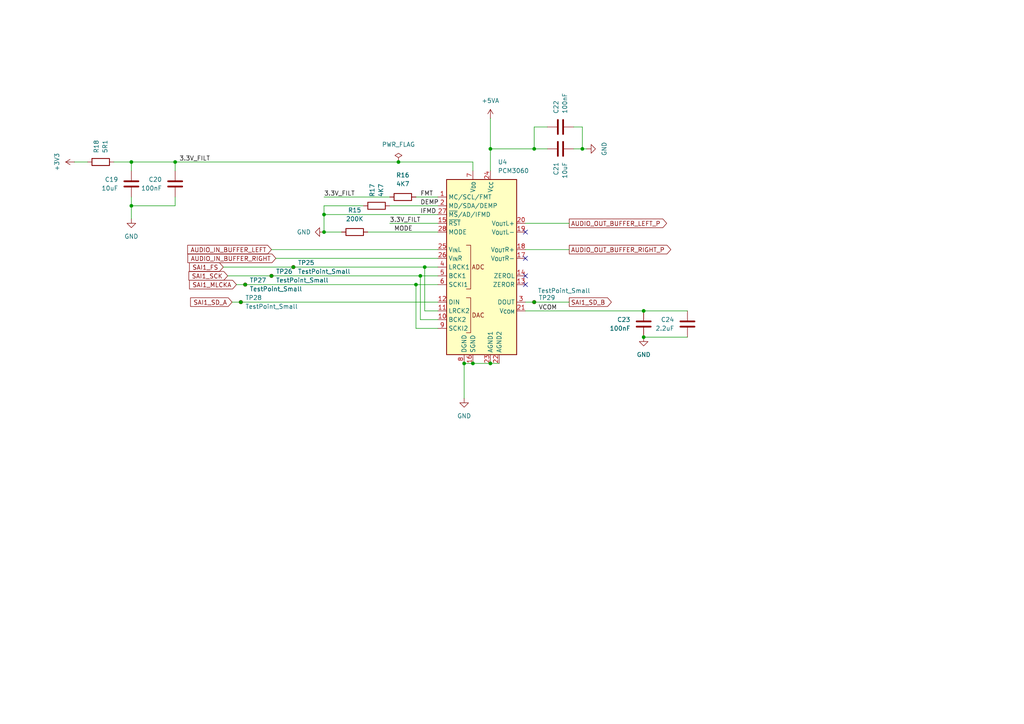
<source format=kicad_sch>
(kicad_sch (version 20250114) (generator "eeschema") (generator_version "9.0")
  (paper "A4")
  (lib_symbols
    (symbol "Audio:PCM3060"
      (property "Reference" "U" (at -9.398 26.67 0))
      (property "Value" "PCM3060" (at 8.89 26.67 0))
      (symbol "PCM3060_0_1"
        (rectangle (start -10.16 25.4) (end 10.16 -25.4) (stroke (width 0.254)) (fill (type background)))
        (polyline (pts (xy -4.445 -6.35) (xy -3.175 -6.35) (xy -3.175 6.35) (xy -4.445 6.35)))
        (polyline (pts (xy -4.445 -8.89) (xy -3.175 -8.89) (xy -3.175 -19.05) (xy -4.445 -19.05)))
      )
      (symbol "PCM3060_1_1"
        (text "ADC" (at -1.016 0 0) (effects (font (size 1.27 1.27))))
        (text "DAC" (at -1.016 -13.97 0) (effects (font (size 1.27 1.27))))
        (pin input line (at -12.7 20.32 0) (length 2.54) (name "MC/SCL/FMT") (number "1"))
        (pin bidirectional line (at -12.7 17.78 0) (length 2.54) (name "MD/SDA/DEMP") (number "2"))
        (pin input line (at -12.7 15.24 0) (length 2.54) (name "~{MS}/AD/IFMD") (number "27"))
        (pin input line (at -12.7 12.7 0) (length 2.54) (name "~{RST}") (number "15"))
        (pin input line (at -12.7 10.16 0) (length 2.54) (name "MODE") (number "28"))
        (pin input line (at -12.7 5.08 0) (length 2.54) (name "V_{IN}L") (number "25"))
        (pin input line (at -12.7 2.54 0) (length 2.54) (name "V_{IN}R") (number "26"))
        (pin bidirectional line (at -12.7 0 0) (length 2.54) (name "LRCK1") (number "4"))
        (pin bidirectional line (at -12.7 -2.54 0) (length 2.54) (name "BCK1") (number "5"))
        (pin input line (at -12.7 -5.08 0) (length 2.54) (name "SCKI1") (number "6"))
        (pin input line (at -12.7 -10.16 0) (length 2.54) (name "DIN") (number "12"))
        (pin bidirectional line (at -12.7 -12.7 0) (length 2.54) (name "LRCK2") (number "11"))
        (pin bidirectional line (at -12.7 -15.24 0) (length 2.54) (name "BCK2") (number "10"))
        (pin input line (at -12.7 -17.78 0) (length 2.54) (name "SCKI2") (number "9"))
        (pin power_in line (at -5.08 -27.94 90) (length 2.54) (name "DGND") (number "8"))
        (pin power_in line (at -2.54 27.94 270) (length 2.54) (name "V_{DD}") (number "7"))
        (pin power_in line (at -2.54 -27.94 90) (length 2.54) (name "SGND") (number "16"))
        (pin power_in line (at 2.54 27.94 270) (length 2.54) (name "V_{CC}") (number "24"))
        (pin power_in line (at 2.54 -27.94 90) (length 2.54) (name "AGND1") (number "23"))
        (pin power_in line (at 5.08 -27.94 90) (length 2.54) (name "AGND2") (number "22"))
        (pin output line (at 12.7 12.7 180) (length 2.54) (name "V_{OUT}L+") (number "20"))
        (pin output line (at 12.7 10.16 180) (length 2.54) (name "V_{OUT}L-") (number "19"))
        (pin output line (at 12.7 5.08 180) (length 2.54) (name "V_{OUT}R+") (number "18"))
        (pin output line (at 12.7 2.54 180) (length 2.54) (name "V_{OUT}R-") (number "17"))
        (pin output line (at 12.7 -2.54 180) (length 2.54) (name "ZEROL") (number "14"))
        (pin output line (at 12.7 -5.08 180) (length 2.54) (name "ZEROR") (number "13"))
        (pin output line (at 12.7 -10.16 180) (length 2.54) (name "DOUT") (number "3"))
        (pin output line (at 12.7 -12.7 180) (length 2.54) (name "V_{COM}") (number "21"))
      )
    )
    (symbol "Connector:TestPoint_Small" (pin_numbers (hide yes)) (pin_names (offset 0.762) (hide yes))
      (property "Reference" "TP" (at 0 3.81 0))
      (property "Value" "TestPoint_Small" (at 0 2.032 0))
      (symbol "TestPoint_Small_0_1"
        (circle (center 0 0) (radius 0.508))
      )
      (symbol "TestPoint_Small_1_1"
        (pin passive line (at 0 0 90) (length 0) (name "1") (number "1"))
      )
    )
    (symbol "Device:C" (pin_numbers (hide yes)) (pin_names (offset 0.254))
      (property "Reference" "C" (at 0.635 2.54 0))
      (property "Value" "C" (at 0.635 -2.54 0))
      (symbol "C_0_1"
        (polyline (pts (xy -2.032 0.762) (xy 2.032 0.762)) (stroke (width 0.508)))
        (polyline (pts (xy -2.032 -0.762) (xy 2.032 -0.762)) (stroke (width 0.508)))
      )
      (symbol "C_1_1"
        (pin passive line (at 0 3.81 270) (length 2.794) (name "~") (number "1"))
        (pin passive line (at 0 -3.81 90) (length 2.794) (name "~") (number "2"))
      )
    )
    (symbol "Device:R" (pin_numbers (hide yes)) (pin_names (offset 0))
      (property "Reference" "R" (at 2.032 0 90))
      (property "Value" "R" (at 0 0 90))
      (symbol "R_0_1"
        (rectangle (start -1.016 -2.54) (end 1.016 2.54) (stroke (width 0.254)))
      )
      (symbol "R_1_1"
        (pin passive line (at 0 3.81 270) (length 1.27) (name "~") (number "1"))
        (pin passive line (at 0 -3.81 90) (length 1.27) (name "~") (number "2"))
      )
    )
    (symbol "power:+3V3" (power) (pin_numbers (hide yes)) (pin_names (offset 0) (hide yes))
      (property "Value" "+3V3" (at 0 3.556 0))
      (symbol "+3V3_0_1"
        (polyline (pts (xy -0.762 1.27) (xy 0 2.54)))
        (polyline (pts (xy 0 2.54) (xy 0.762 1.27)))
        (polyline (pts (xy 0 0) (xy 0 2.54)))
      )
      (symbol "+3V3_1_1"
        (pin power_in line (at 0 0 90) (length 0) (name "~") (number "1"))
      )
    )
    (symbol "power:+5VA" (power) (pin_numbers (hide yes)) (pin_names (offset 0) (hide yes))
      (property "Value" "+5VA" (at 0 3.556 0))
      (symbol "+5VA_0_1"
        (polyline (pts (xy -0.762 1.27) (xy 0 2.54)))
        (polyline (pts (xy 0 2.54) (xy 0.762 1.27)))
        (polyline (pts (xy 0 0) (xy 0 2.54)))
      )
      (symbol "+5VA_1_1"
        (pin power_in line (at 0 0 90) (length 0) (name "~") (number "1"))
      )
    )
    (symbol "power:GND" (power) (pin_numbers (hide yes)) (pin_names (offset 0) (hide yes))
      (property "Value" "GND" (at 0 -3.81 0))
      (symbol "GND_0_1"
        (polyline (pts (xy 0 0) (xy 0 -1.27) (xy 1.27 -1.27) (xy 0 -2.54) (xy -1.27 -1.27) (xy 0 -1.27)))
      )
      (symbol "GND_1_1"
        (pin power_in line (at 0 0 270) (length 0) (name "~") (number "1"))
      )
    )
    (symbol "power:PWR_FLAG" (power) (pin_numbers (hide yes)) (pin_names (offset 0) (hide yes))
      (property "Value" "PWR_FLAG" (at 0 3.81 0))
      (symbol "PWR_FLAG_0_0"
        (pin power_out line (at 0 0 90) (length 0) (name "~") (number "1"))
      )
      (symbol "PWR_FLAG_0_1"
        (polyline (pts (xy 0 0) (xy 0 1.27) (xy -1.016 1.905) (xy 0 2.54) (xy 1.016 1.905) (xy 0 1.27)))
      )
    )
  )
  (junction (at 123.19 77.47))
  (junction (at 168.91 43.18))
  (junction (at 186.69 90.17))
  (junction (at 186.69 97.79))
  (junction (at 137.16 105.41))
  (junction (at 78.74 80.01))
  (junction (at 93.98 62.23))
  (junction (at 69.85 87.63))
  (junction (at 93.98 67.31))
  (junction (at 38.1 59.69))
  (junction (at 50.8 46.99))
  (junction (at 38.1 46.99))
  (junction (at 142.24 105.41))
  (junction (at 154.94 87.63))
  (junction (at 121.92 80.01))
  (junction (at 120.65 82.55))
  (junction (at 134.62 105.41))
  (junction (at 154.94 43.18))
  (junction (at 115.57 46.99))
  (junction (at 71.12 82.55))
  (junction (at 85.09 77.47))
  (junction (at 142.24 43.18))
  (no_connect (at 152.4 82.55))
  (no_connect (at 152.4 80.01))
  (no_connect (at 152.4 67.31))
  (no_connect (at 152.4 74.93))
  (wire (pts (xy 93.98 57.15) (xy 113.03 57.15)))
  (wire (pts (xy 113.03 59.69) (xy 127 59.69)))
  (wire (pts (xy 68.58 82.55) (xy 71.12 82.55)))
  (wire (pts (xy 142.24 105.41) (xy 144.78 105.41)))
  (wire (pts (xy 93.98 62.23) (xy 93.98 67.31)))
  (wire (pts (xy 93.98 59.69) (xy 105.41 59.69)))
  (wire (pts (xy 127 92.71) (xy 121.92 92.71)))
  (wire (pts (xy 142.24 43.18) (xy 142.24 49.53)))
  (wire (pts (xy 165.1 72.39) (xy 152.4 72.39)))
  (wire (pts (xy 93.98 62.23) (xy 127 62.23)))
  (wire (pts (xy 115.57 46.99) (xy 137.16 46.99)))
  (wire (pts (xy 120.65 82.55) (xy 120.65 95.25)))
  (wire (pts (xy 93.98 59.69) (xy 93.98 62.23)))
  (wire (pts (xy 134.62 105.41) (xy 137.16 105.41)))
  (wire (pts (xy 154.94 87.63) (xy 152.4 87.63)))
  (wire (pts (xy 50.8 46.99) (xy 50.8 49.53)))
  (wire (pts (xy 71.12 82.55) (xy 120.65 82.55)))
  (wire (pts (xy 127 95.25) (xy 120.65 95.25)))
  (wire (pts (xy 121.92 80.01) (xy 127 80.01)))
  (wire (pts (xy 137.16 105.41) (xy 142.24 105.41)))
  (wire (pts (xy 78.74 80.01) (xy 121.92 80.01)))
  (wire (pts (xy 154.94 36.83) (xy 154.94 43.18)))
  (wire (pts (xy 186.69 97.79) (xy 199.39 97.79)))
  (wire (pts (xy 93.98 67.31) (xy 99.06 67.31)))
  (wire (pts (xy 165.1 87.63) (xy 154.94 87.63)))
  (wire (pts (xy 69.85 87.63) (xy 127 87.63)))
  (wire (pts (xy 50.8 57.15) (xy 50.8 59.69)))
  (wire (pts (xy 137.16 49.53) (xy 137.16 46.99)))
  (wire (pts (xy 120.65 57.15) (xy 127 57.15)))
  (wire (pts (xy 85.09 77.47) (xy 123.19 77.47)))
  (wire (pts (xy 38.1 59.69) (xy 38.1 63.5)))
  (wire (pts (xy 121.92 80.01) (xy 121.92 92.71)))
  (wire (pts (xy 170.18 43.18) (xy 168.91 43.18)))
  (wire (pts (xy 78.74 72.39) (xy 127 72.39)))
  (wire (pts (xy 123.19 77.47) (xy 127 77.47)))
  (wire (pts (xy 38.1 46.99) (xy 38.1 49.53)))
  (wire (pts (xy 168.91 43.18) (xy 168.91 36.83)))
  (wire (pts (xy 66.04 80.01) (xy 78.74 80.01)))
  (wire (pts (xy 80.01 74.93) (xy 127 74.93)))
  (wire (pts (xy 154.94 43.18) (xy 158.75 43.18)))
  (wire (pts (xy 123.19 90.17) (xy 123.19 77.47)))
  (wire (pts (xy 154.94 43.18) (xy 142.24 43.18)))
  (wire (pts (xy 120.65 82.55) (xy 127 82.55)))
  (wire (pts (xy 38.1 59.69) (xy 50.8 59.69)))
  (wire (pts (xy 106.68 67.31) (xy 127 67.31)))
  (wire (pts (xy 38.1 46.99) (xy 50.8 46.99)))
  (wire (pts (xy 134.62 105.41) (xy 134.62 115.57)))
  (wire (pts (xy 67.31 87.63) (xy 69.85 87.63)))
  (wire (pts (xy 142.24 34.29) (xy 142.24 43.18)))
  (wire (pts (xy 64.77 77.47) (xy 85.09 77.47)))
  (wire (pts (xy 21.59 46.99) (xy 25.4 46.99)))
  (wire (pts (xy 186.69 90.17) (xy 199.39 90.17)))
  (wire (pts (xy 38.1 59.69) (xy 38.1 57.15)))
  (wire (pts (xy 158.75 36.83) (xy 154.94 36.83)))
  (wire (pts (xy 166.37 43.18) (xy 168.91 43.18)))
  (wire (pts (xy 50.8 46.99) (xy 115.57 46.99)))
  (wire (pts (xy 33.02 46.99) (xy 38.1 46.99)))
  (wire (pts (xy 165.1 64.77) (xy 152.4 64.77)))
  (wire (pts (xy 113.03 64.77) (xy 127 64.77)))
  (wire (pts (xy 152.4 90.17) (xy 186.69 90.17)))
  (wire (pts (xy 168.91 36.83) (xy 166.37 36.83)))
  (wire (pts (xy 127 90.17) (xy 123.19 90.17)))
  (label "3.3V_FILT" (at 93.98 57.15 0))
  (label "FMT" (at 121.92 57.15 0))
  (label "MODE" (at 114.3 67.31 0))
  (label "VCOM" (at 156.21 90.17 0))
  (label "3.3V_FILT" (at 60.96 46.99 180))
  (label "3.3V_FILT" (at 113.03 64.77 0))
  (label "IFMD" (at 121.92 62.23 0))
  (label "DEMP" (at 121.92 59.69 0))
  (global_label "SAI1_FS" (shape input) (at 64.77 77.47 180) (property "Intersheetrefs" "${INTERSHEET_REFS}" (effects (hide yes))))
  (global_label "AUDIO_IN_BUFFER_LEFT" (shape input) (at 78.74 72.39 180) (property "Intersheetrefs" "${INTERSHEET_REFS}" (effects (hide yes))))
  (global_label "SAI1_MLCKA" (shape input) (at 68.58 82.55 180) (property "Intersheetrefs" "${INTERSHEET_REFS}" (effects (hide yes))))
  (global_label "AUDIO_OUT_BUFFER_LEFT_P" (shape output) (at 165.1 64.77 0) (property "Intersheetrefs" "${INTERSHEET_REFS}" (effects (hide yes))))
  (global_label "AUDIO_IN_BUFFER_RIGHT" (shape input) (at 80.01 74.93 180) (property "Intersheetrefs" "${INTERSHEET_REFS}" (effects (hide yes))))
  (global_label "SAI1_SD_B" (shape output) (at 165.1 87.63 0) (property "Intersheetrefs" "${INTERSHEET_REFS}" (effects (hide yes))))
  (global_label "AUDIO_OUT_BUFFER_RIGHT_P" (shape output) (at 165.1 72.39 0) (property "Intersheetrefs" "${INTERSHEET_REFS}" (effects (hide yes))))
  (global_label "SAI1_SCK" (shape input) (at 66.04 80.01 180) (property "Intersheetrefs" "${INTERSHEET_REFS}" (effects (hide yes))))
  (global_label "SAI1_SD_A" (shape input) (at 67.31 87.63 180) (property "Intersheetrefs" "${INTERSHEET_REFS}" (effects (hide yes))))
  (symbol (lib_id "Device:R") (at 109.22 59.69 270) (unit 1)
    (property "Reference" "R17" (at 107.9499 57.15 0) (effects (justify right)))
    (property "Value" "4K7" (at 110.4899 57.15 0) (effects (justify right)))
    (property "Footprint" "Resistor_SMD:R_0603_1608Metric" (effects (hide yes)))
  )
  (symbol (lib_id "Connector:TestPoint_Small") (at 69.85 87.63 0) (unit 1)
    (property "Reference" "TP28" (at 71.12 86.3599 0) (effects (justify left)))
    (property "Value" "TestPoint_Small" (at 71.12 88.8999 0) (effects (justify left)))
    (property "Footprint" "TestPoint:TestPoint_Pad_D1.0mm" (effects (hide yes)))
    (property "Description" "test point" (effects (hide yes)))
  )
  (symbol (lib_id "power:GND") (at 93.98 67.31 270) (unit 1)
    (property "Reference" "#PWR081" (effects (hide yes)))
    (property "Value" "GND" (at 90.17 67.3099 90) (effects (justify right)))
    (property "Description" "Power symbol creates a global label with name \"GND\" , ground" (effects (hide yes)))
  )
  (symbol (lib_id "Device:R") (at 116.84 57.15 270) (unit 1)
    (property "Reference" "R16" (at 116.84 50.8 90))
    (property "Value" "4K7" (at 116.84 53.34 90))
    (property "Footprint" "Resistor_SMD:R_0603_1608Metric" (effects (hide yes)))
  )
  (symbol (lib_id "Audio:PCM3060") (at 139.7 77.47 0) (unit 1)
    (property "Reference" "U4" (at 144.3833 46.99 0) (effects (justify left)))
    (property "Value" "PCM3060" (at 144.3833 49.53 0) (effects (justify left)))
    (property "Footprint" "Package_SO:TSSOP-28_4.4x9.7mm_P0.65mm" (effects (hide yes)))
    (property "Datasheet" "https://www.ti.com/lit/gpn/pcm3060" (effects (hide yes)))
    (property "Description" "24-bit Asynchronous Stereo Audio Codec with 96/192kHz sampling rate, TSSOP-28" (effects (hide yes)))
  )
  (symbol (lib_id "power:+3V3") (at 21.59 46.99 90) (unit 1)
    (property "Reference" "#PWR022" (effects (hide yes)))
    (property "Value" "+3V3" (at 16.51 46.99 0))
    (property "Description" "Power symbol creates a global label with name \"+3V3\"" (effects (hide yes)))
  )
  (symbol (lib_id "Device:C") (at 186.69 93.98 0) (mirror y) (unit 1)
    (property "Reference" "C23" (at 182.88 92.7099 0) (effects (justify left)))
    (property "Value" "100nF" (at 182.88 95.2499 0) (effects (justify left)))
    (property "Footprint" "Capacitor_SMD:C_0603_1608Metric" (effects (hide yes)))
  )
  (symbol (lib_id "Connector:TestPoint_Small") (at 85.09 77.47 0) (unit 1)
    (property "Reference" "TP25" (at 86.36 76.1999 0) (effects (justify left)))
    (property "Value" "TestPoint_Small" (at 86.36 78.7399 0) (effects (justify left)))
    (property "Footprint" "TestPoint:TestPoint_Pad_D1.0mm" (effects (hide yes)))
    (property "Description" "test point" (effects (hide yes)))
  )
  (symbol (lib_id "Device:R") (at 29.21 46.99 270) (unit 1)
    (property "Reference" "R18" (at 27.9399 44.45 0) (effects (justify right)))
    (property "Value" "5R1" (at 30.4799 44.45 0) (effects (justify right)))
    (property "Footprint" "Resistor_SMD:R_0603_1608Metric" (effects (hide yes)))
  )
  (symbol (lib_id "power:GND") (at 38.1 63.5 0) (unit 1)
    (property "Reference" "#PWR080" (effects (hide yes)))
    (property "Value" "GND" (at 38.1 68.58 0))
    (property "Description" "Power symbol creates a global label with name \"GND\" , ground" (effects (hide yes)))
  )
  (symbol (lib_id "power:+5VA") (at 142.24 34.29 0) (unit 1)
    (property "Reference" "#PWR055" (effects (hide yes)))
    (property "Value" "+5VA" (at 142.24 29.21 0))
    (property "Description" "Power symbol creates a global label with name \"+5VA\"" (effects (hide yes)))
  )
  (symbol (lib_id "power:PWR_FLAG") (at 115.57 46.99 0) (unit 1)
    (property "Reference" "#FLG05" (effects (hide yes)))
    (property "Value" "PWR_FLAG" (at 115.57 41.91 0))
    (property "Description" "Special symbol for telling ERC where power comes from" (effects (hide yes)))
  )
  (symbol (lib_id "Device:C") (at 199.39 93.98 0) (mirror y) (unit 1)
    (property "Reference" "C24" (at 195.58 92.7099 0) (effects (justify left)))
    (property "Value" "2.2uF" (at 195.58 95.2499 0) (effects (justify left)))
    (property "Footprint" "Capacitor_SMD:C_0603_1608Metric" (effects (hide yes)))
  )
  (symbol (lib_id "power:GND") (at 170.18 43.18 90) (unit 1)
    (property "Reference" "#PWR084" (effects (hide yes)))
    (property "Value" "GND" (at 175.26 43.18 0))
    (property "Description" "Power symbol creates a global label with name \"GND\" , ground" (effects (hide yes)))
  )
  (symbol (lib_id "Connector:TestPoint_Small") (at 71.12 82.55 0) (unit 1)
    (property "Reference" "TP27" (at 72.39 81.2799 0) (effects (justify left)))
    (property "Value" "TestPoint_Small" (at 72.39 83.8199 0) (effects (justify left)))
    (property "Footprint" "TestPoint:TestPoint_Pad_D1.0mm" (effects (hide yes)))
    (property "Description" "test point" (effects (hide yes)))
  )
  (symbol (lib_id "Device:C") (at 162.56 43.18 90) (mirror x) (unit 1)
    (property "Reference" "C21" (at 161.2899 46.99 0) (effects (justify left)))
    (property "Value" "10uF" (at 163.8299 46.99 0) (effects (justify left)))
    (property "Footprint" "Capacitor_SMD:C_0603_1608Metric" (effects (hide yes)))
  )
  (symbol (lib_id "Connector:TestPoint_Small") (at 154.94 87.63 0) (unit 1)
    (property "Reference" "TP29" (at 156.21 86.3599 0) (effects (justify left)))
    (property "Value" "TestPoint_Small" (at 155.956 84.328 0) (effects (justify left)))
    (property "Footprint" "TestPoint:TestPoint_Pad_D1.0mm" (effects (hide yes)))
    (property "Description" "test point" (effects (hide yes)))
  )
  (symbol (lib_id "power:GND") (at 186.69 97.79 0) (unit 1)
    (property "Reference" "#PWR083" (effects (hide yes)))
    (property "Value" "GND" (at 186.69 102.87 0))
    (property "Description" "Power symbol creates a global label with name \"GND\" , ground" (effects (hide yes)))
  )
  (symbol (lib_id "Device:C") (at 50.8 53.34 0) (mirror y) (unit 1)
    (property "Reference" "C20" (at 46.99 52.0699 0) (effects (justify left)))
    (property "Value" "100nF" (at 46.99 54.6099 0) (effects (justify left)))
    (property "Footprint" "Capacitor_SMD:C_0603_1608Metric" (effects (hide yes)))
  )
  (symbol (lib_id "power:GND") (at 134.62 115.57 0) (unit 1)
    (property "Reference" "#PWR021" (effects (hide yes)))
    (property "Value" "GND" (at 134.62 120.65 0))
    (property "Description" "Power symbol creates a global label with name \"GND\" , ground" (effects (hide yes)))
  )
  (symbol (lib_id "Connector:TestPoint_Small") (at 78.74 80.01 0) (unit 1)
    (property "Reference" "TP26" (at 80.01 78.7399 0) (effects (justify left)))
    (property "Value" "TestPoint_Small" (at 80.01 81.2799 0) (effects (justify left)))
    (property "Footprint" "TestPoint:TestPoint_Pad_D1.0mm" (effects (hide yes)))
    (property "Description" "test point" (effects (hide yes)))
  )
  (symbol (lib_id "Device:R") (at 102.87 67.31 90) (unit 1)
    (property "Reference" "R15" (at 102.87 60.96 90))
    (property "Value" "200K" (at 102.87 63.5 90))
    (property "Footprint" "Resistor_SMD:R_0603_1608Metric" (effects (hide yes)))
  )
  (symbol (lib_id "Device:C") (at 38.1 53.34 0) (mirror y) (unit 1)
    (property "Reference" "C19" (at 34.29 52.0699 0) (effects (justify left)))
    (property "Value" "10uF" (at 34.29 54.6099 0) (effects (justify left)))
    (property "Footprint" "Capacitor_SMD:C_0603_1608Metric" (effects (hide yes)))
  )
  (symbol (lib_id "Device:C") (at 162.56 36.83 90) (unit 1)
    (property "Reference" "C22" (at 161.2899 33.02 0) (effects (justify left)))
    (property "Value" "100nF" (at 163.8299 33.02 0) (effects (justify left)))
    (property "Footprint" "Capacitor_SMD:C_0603_1608Metric" (effects (hide yes)))
  )
)
</source>
